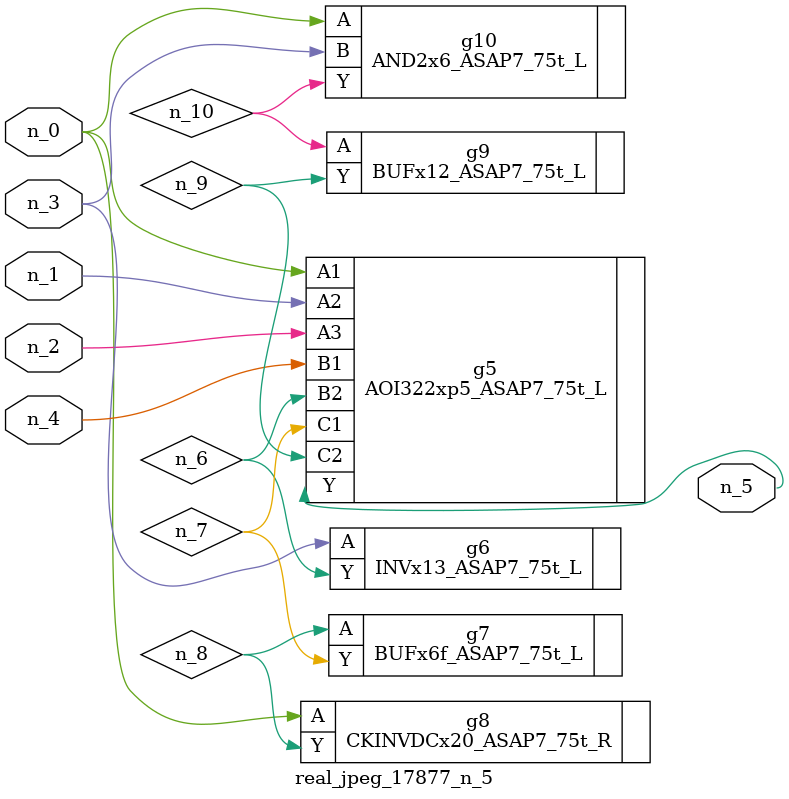
<source format=v>
module real_jpeg_17877_n_5 (n_4, n_0, n_1, n_2, n_3, n_5);

input n_4;
input n_0;
input n_1;
input n_2;
input n_3;

output n_5;

wire n_8;
wire n_6;
wire n_7;
wire n_10;
wire n_9;

AOI322xp5_ASAP7_75t_L g5 ( 
.A1(n_0),
.A2(n_1),
.A3(n_2),
.B1(n_4),
.B2(n_6),
.C1(n_7),
.C2(n_9),
.Y(n_5)
);

CKINVDCx20_ASAP7_75t_R g8 ( 
.A(n_0),
.Y(n_8)
);

AND2x6_ASAP7_75t_L g10 ( 
.A(n_0),
.B(n_3),
.Y(n_10)
);

INVx13_ASAP7_75t_L g6 ( 
.A(n_3),
.Y(n_6)
);

BUFx6f_ASAP7_75t_L g7 ( 
.A(n_8),
.Y(n_7)
);

BUFx12_ASAP7_75t_L g9 ( 
.A(n_10),
.Y(n_9)
);


endmodule
</source>
